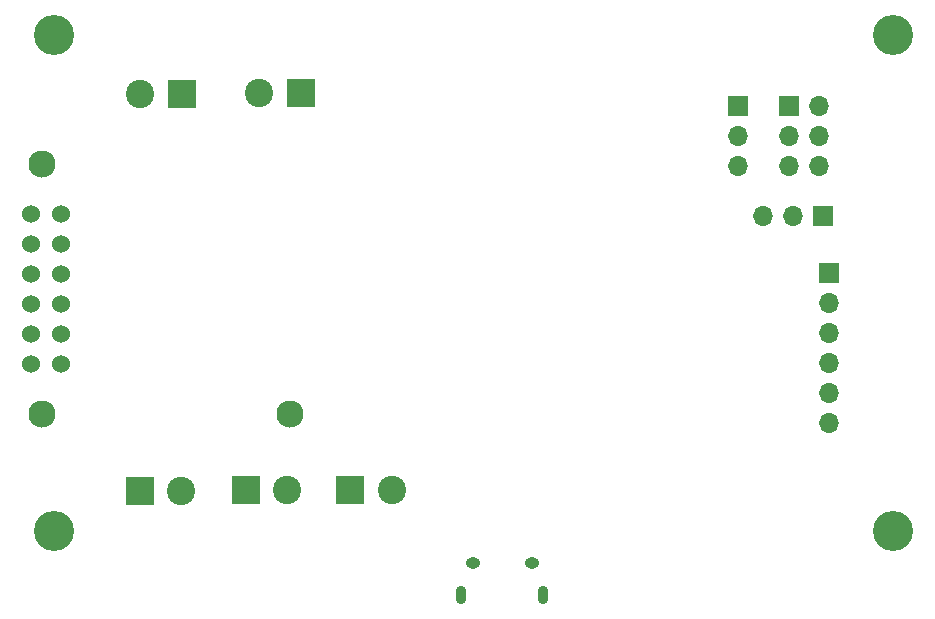
<source format=gbr>
%TF.GenerationSoftware,KiCad,Pcbnew,(6.0.0-0)*%
%TF.CreationDate,2022-09-02T11:48:14-04:00*%
%TF.ProjectId,Dome_Controller,446f6d65-5f43-46f6-9e74-726f6c6c6572,rev?*%
%TF.SameCoordinates,Original*%
%TF.FileFunction,Soldermask,Bot*%
%TF.FilePolarity,Negative*%
%FSLAX46Y46*%
G04 Gerber Fmt 4.6, Leading zero omitted, Abs format (unit mm)*
G04 Created by KiCad (PCBNEW (6.0.0-0)) date 2022-09-02 11:48:14*
%MOMM*%
%LPD*%
G01*
G04 APERTURE LIST*
%ADD10R,2.400000X2.400000*%
%ADD11C,2.400000*%
%ADD12O,0.890000X1.550000*%
%ADD13O,1.250000X0.950000*%
%ADD14C,3.400000*%
%ADD15R,1.700000X1.700000*%
%ADD16O,1.700000X1.700000*%
%ADD17C,1.524000*%
%ADD18C,2.300000*%
G04 APERTURE END LIST*
D10*
%TO.C,J5*%
X87780000Y-66000000D03*
D11*
X84280000Y-66000000D03*
%TD*%
D10*
%TO.C,J8*%
X93190000Y-99570000D03*
D11*
X96690000Y-99570000D03*
%TD*%
D12*
%TO.C,J1*%
X118400000Y-108450000D03*
D13*
X117400000Y-105750000D03*
X112400000Y-105750000D03*
D12*
X111400000Y-108450000D03*
%TD*%
D10*
%TO.C,J9*%
X102060000Y-99570000D03*
D11*
X105560000Y-99570000D03*
%TD*%
D14*
%TO.C,REF\u002A\u002A*%
X77000000Y-61000000D03*
%TD*%
D15*
%TO.C,J3*%
X139210000Y-67040000D03*
D16*
X141750000Y-67040000D03*
X139210000Y-69580000D03*
X141750000Y-69580000D03*
X139210000Y-72120000D03*
X141750000Y-72120000D03*
%TD*%
D14*
%TO.C,REF\u002A\u002A*%
X77000000Y-103000000D03*
%TD*%
D15*
%TO.C,J2*%
X142610000Y-81150000D03*
D16*
X142610000Y-83690000D03*
X142610000Y-86230000D03*
X142610000Y-88770000D03*
X142610000Y-91310000D03*
X142610000Y-93850000D03*
%TD*%
D14*
%TO.C,REF\u002A\u002A*%
X148000000Y-103000000D03*
%TD*%
D15*
%TO.C,J4*%
X142050000Y-76320000D03*
D16*
X139510000Y-76320000D03*
X136970000Y-76320000D03*
%TD*%
D14*
%TO.C,REF\u002A\u002A*%
X148000000Y-61000000D03*
%TD*%
D15*
%TO.C,J10*%
X134870000Y-67020000D03*
D16*
X134870000Y-69560000D03*
X134870000Y-72100000D03*
%TD*%
D10*
%TO.C,J7*%
X84230000Y-99650000D03*
D11*
X87730000Y-99650000D03*
%TD*%
D17*
%TO.C,U6*%
X75035000Y-76185000D03*
X75035000Y-78725000D03*
X75035000Y-81265000D03*
X75035000Y-83805000D03*
X75035000Y-86345000D03*
X75035000Y-88885000D03*
X77575000Y-88885000D03*
X77575000Y-86345000D03*
X77575000Y-83805000D03*
X77575000Y-81265000D03*
X77575000Y-78725000D03*
X77575000Y-76185000D03*
D18*
X75965000Y-71935000D03*
X75965000Y-93135000D03*
X96965000Y-93135000D03*
%TD*%
D10*
%TO.C,J6*%
X97850000Y-65930000D03*
D11*
X94350000Y-65930000D03*
%TD*%
M02*

</source>
